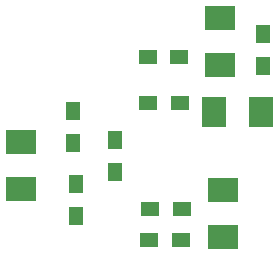
<source format=gtp>
G04 #@! TF.FileFunction,Paste,Top*
%FSLAX46Y46*%
G04 Gerber Fmt 4.6, Leading zero omitted, Abs format (unit mm)*
G04 Created by KiCad (PCBNEW 4.0.1-stable) date 2/14/2016 8:13:32 PM*
%MOMM*%
G01*
G04 APERTURE LIST*
%ADD10C,0.100000*%
%ADD11R,2.500000X2.000000*%
%ADD12R,2.000000X2.500000*%
%ADD13R,1.300000X1.500000*%
%ADD14R,1.500000X1.300000*%
G04 APERTURE END LIST*
D10*
D11*
X140310000Y-112630000D03*
X140310000Y-108630000D03*
X157410000Y-116690000D03*
X157410000Y-112690000D03*
D12*
X160620000Y-106090000D03*
X156620000Y-106090000D03*
D11*
X157110000Y-102140000D03*
X157110000Y-98140000D03*
D13*
X144670000Y-105990000D03*
X144670000Y-108690000D03*
X144930000Y-112210000D03*
X144930000Y-114910000D03*
D14*
X153800000Y-116960000D03*
X151100000Y-116960000D03*
X153690000Y-101460000D03*
X150990000Y-101460000D03*
D13*
X160760000Y-102200000D03*
X160760000Y-99500000D03*
X148260000Y-111190000D03*
X148260000Y-108490000D03*
D14*
X151030000Y-105300000D03*
X153730000Y-105300000D03*
X151180000Y-114290000D03*
X153880000Y-114290000D03*
M02*

</source>
